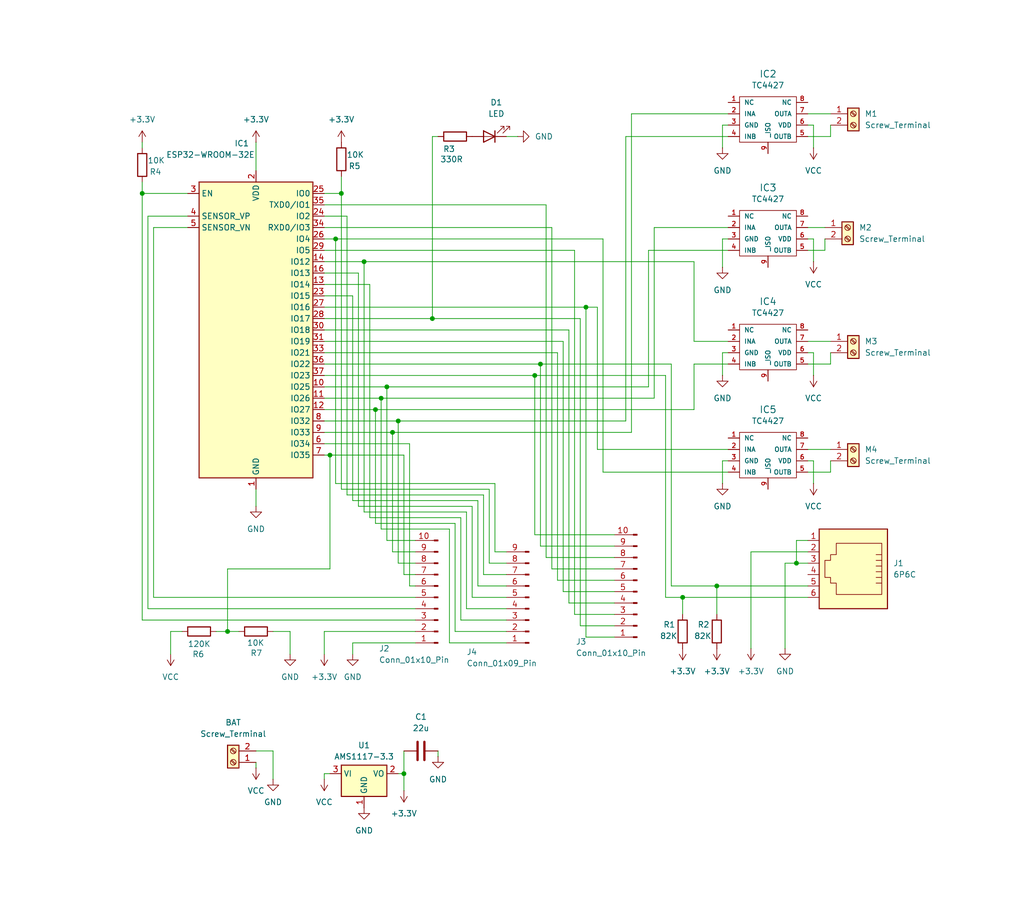
<source format=kicad_sch>
(kicad_sch (version 20231120) (generator "eeschema") (generator_version "8.0")
  (paper "User" 228.6 203.2)
  (title_block (title "ESP Motor Driver V0.2") (company "Daniel Blaško"))
  (lib_symbols
    (symbol "Connector:6P6C" (pin_names (offset 1.016))
      (property "Reference" "J" (at -5.08 11.43 0))
      (property "Value" "6P6C" (at 2.54 11.43 0))
      (symbol "6P6C_0_1"
        (polyline (pts (xy -6.35 -1.905) (xy -5.08 -1.905) (xy -5.08 -1.905)))
        (polyline (pts (xy -6.35 -0.635) (xy -5.08 -0.635) (xy -5.08 -0.635)))
        (polyline (pts (xy -6.35 0.635) (xy -5.08 0.635) (xy -5.08 0.635)))
        (polyline (pts (xy -6.35 1.905) (xy -5.08 1.905) (xy -5.08 1.905)))
        (polyline (pts (xy -6.35 3.175) (xy -5.08 3.175) (xy -5.08 3.175)))
        (polyline (pts (xy -5.08 4.445) (xy -6.35 4.445) (xy -6.35 4.445)))
        (polyline (pts (xy -6.35 -4.445) (xy -6.35 6.985) (xy 3.81 6.985) (xy 3.81 4.445) (xy 5.08 4.445) (xy 5.08 3.175) (xy 6.35 3.175) (xy 6.35 -0.635) (xy 5.08 -0.635) (xy 5.08 -1.905) (xy 3.81 -1.905) (xy 3.81 -4.445) (xy -6.35 -4.445) (xy -6.35 -4.445)))
        (rectangle (start 7.62 10.16) (end -7.62 -7.62) (stroke (width 0.254)) (fill (type background)))
      )
      (symbol "6P6C_1_1"
        (pin passive line (at 10.16 -5.08 180) (length 2.54) (name "~") (number "1"))
        (pin passive line (at 10.16 -2.54 180) (length 2.54) (name "~") (number "2"))
        (pin passive line (at 10.16 0 180) (length 2.54) (name "~") (number "3"))
        (pin passive line (at 10.16 2.54 180) (length 2.54) (name "~") (number "4"))
        (pin passive line (at 10.16 5.08 180) (length 2.54) (name "~") (number "5"))
        (pin passive line (at 10.16 7.62 180) (length 2.54) (name "~") (number "6"))
      )
    )
    (symbol "Connector:Conn_01x09_Pin" (pin_names (offset 1.016) hide)
      (property "Reference" "J" (at 0 12.7 0))
      (property "Value" "Conn_01x09_Pin" (at 0 -12.7 0))
      (symbol "Conn_01x09_Pin_1_1"
        (polyline (pts (xy 1.27 -10.16) (xy 0.8636 -10.16)) (stroke (width 0.1524)))
        (polyline (pts (xy 1.27 -7.62) (xy 0.8636 -7.62)) (stroke (width 0.1524)))
        (polyline (pts (xy 1.27 -5.08) (xy 0.8636 -5.08)) (stroke (width 0.1524)))
        (polyline (pts (xy 1.27 -2.54) (xy 0.8636 -2.54)) (stroke (width 0.1524)))
        (polyline (pts (xy 1.27 0) (xy 0.8636 0)) (stroke (width 0.1524)))
        (polyline (pts (xy 1.27 2.54) (xy 0.8636 2.54)) (stroke (width 0.1524)))
        (polyline (pts (xy 1.27 5.08) (xy 0.8636 5.08)) (stroke (width 0.1524)))
        (polyline (pts (xy 1.27 7.62) (xy 0.8636 7.62)) (stroke (width 0.1524)))
        (polyline (pts (xy 1.27 10.16) (xy 0.8636 10.16)) (stroke (width 0.1524)))
        (rectangle (start 0.8636 -10.033) (end 0 -10.287) (stroke (width 0.1524)) (fill (type outline)))
        (rectangle (start 0.8636 -7.493) (end 0 -7.747) (stroke (width 0.1524)) (fill (type outline)))
        (rectangle (start 0.8636 -4.953) (end 0 -5.207) (stroke (width 0.1524)) (fill (type outline)))
        (rectangle (start 0.8636 -2.413) (end 0 -2.667) (stroke (width 0.1524)) (fill (type outline)))
        (rectangle (start 0.8636 0.127) (end 0 -0.127) (stroke (width 0.1524)) (fill (type outline)))
        (rectangle (start 0.8636 2.667) (end 0 2.413) (stroke (width 0.1524)) (fill (type outline)))
        (rectangle (start 0.8636 5.207) (end 0 4.953) (stroke (width 0.1524)) (fill (type outline)))
        (rectangle (start 0.8636 7.747) (end 0 7.493) (stroke (width 0.1524)) (fill (type outline)))
        (rectangle (start 0.8636 10.287) (end 0 10.033) (stroke (width 0.1524)) (fill (type outline)))
        (pin passive line (at 5.08 10.16 180) (length 3.81) (name "Pin_1") (number "1"))
        (pin passive line (at 5.08 7.62 180) (length 3.81) (name "Pin_2") (number "2"))
        (pin passive line (at 5.08 5.08 180) (length 3.81) (name "Pin_3") (number "3"))
        (pin passive line (at 5.08 2.54 180) (length 3.81) (name "Pin_4") (number "4"))
        (pin passive line (at 5.08 0 180) (length 3.81) (name "Pin_5") (number "5"))
        (pin passive line (at 5.08 -2.54 180) (length 3.81) (name "Pin_6") (number "6"))
        (pin passive line (at 5.08 -5.08 180) (length 3.81) (name "Pin_7") (number "7"))
        (pin passive line (at 5.08 -7.62 180) (length 3.81) (name "Pin_8") (number "8"))
        (pin passive line (at 5.08 -10.16 180) (length 3.81) (name "Pin_9") (number "9"))
      )
    )
    (symbol "Connector:Conn_01x10_Pin" (pin_names (offset 1.016) hide)
      (property "Reference" "J" (at 0 12.7 0))
      (property "Value" "Conn_01x10_Pin" (at 0 -15.24 0))
      (symbol "Conn_01x10_Pin_1_1"
        (polyline (pts (xy 1.27 -12.7) (xy 0.8636 -12.7)) (stroke (width 0.1524)))
        (polyline (pts (xy 1.27 -10.16) (xy 0.8636 -10.16)) (stroke (width 0.1524)))
        (polyline (pts (xy 1.27 -7.62) (xy 0.8636 -7.62)) (stroke (width 0.1524)))
        (polyline (pts (xy 1.27 -5.08) (xy 0.8636 -5.08)) (stroke (width 0.1524)))
        (polyline (pts (xy 1.27 -2.54) (xy 0.8636 -2.54)) (stroke (width 0.1524)))
        (polyline (pts (xy 1.27 0) (xy 0.8636 0)) (stroke (width 0.1524)))
        (polyline (pts (xy 1.27 2.54) (xy 0.8636 2.54)) (stroke (width 0.1524)))
        (polyline (pts (xy 1.27 5.08) (xy 0.8636 5.08)) (stroke (width 0.1524)))
        (polyline (pts (xy 1.27 7.62) (xy 0.8636 7.62)) (stroke (width 0.1524)))
        (polyline (pts (xy 1.27 10.16) (xy 0.8636 10.16)) (stroke (width 0.1524)))
        (rectangle (start 0.8636 -12.573) (end 0 -12.827) (stroke (width 0.1524)) (fill (type outline)))
        (rectangle (start 0.8636 -10.033) (end 0 -10.287) (stroke (width 0.1524)) (fill (type outline)))
        (rectangle (start 0.8636 -7.493) (end 0 -7.747) (stroke (width 0.1524)) (fill (type outline)))
        (rectangle (start 0.8636 -4.953) (end 0 -5.207) (stroke (width 0.1524)) (fill (type outline)))
        (rectangle (start 0.8636 -2.413) (end 0 -2.667) (stroke (width 0.1524)) (fill (type outline)))
        (rectangle (start 0.8636 0.127) (end 0 -0.127) (stroke (width 0.1524)) (fill (type outline)))
        (rectangle (start 0.8636 2.667) (end 0 2.413) (stroke (width 0.1524)) (fill (type outline)))
        (rectangle (start 0.8636 5.207) (end 0 4.953) (stroke (width 0.1524)) (fill (type outline)))
        (rectangle (start 0.8636 7.747) (end 0 7.493) (stroke (width 0.1524)) (fill (type outline)))
        (rectangle (start 0.8636 10.287) (end 0 10.033) (stroke (width 0.1524)) (fill (type outline)))
        (pin passive line (at 5.08 10.16 180) (length 3.81) (name "Pin_1") (number "1"))
        (pin passive line (at 5.08 -12.7 180) (length 3.81) (name "Pin_10") (number "10"))
        (pin passive line (at 5.08 7.62 180) (length 3.81) (name "Pin_2") (number "2"))
        (pin passive line (at 5.08 5.08 180) (length 3.81) (name "Pin_3") (number "3"))
        (pin passive line (at 5.08 2.54 180) (length 3.81) (name "Pin_4") (number "4"))
        (pin passive line (at 5.08 0 180) (length 3.81) (name "Pin_5") (number "5"))
        (pin passive line (at 5.08 -2.54 180) (length 3.81) (name "Pin_6") (number "6"))
        (pin passive line (at 5.08 -5.08 180) (length 3.81) (name "Pin_7") (number "7"))
        (pin passive line (at 5.08 -7.62 180) (length 3.81) (name "Pin_8") (number "8"))
        (pin passive line (at 5.08 -10.16 180) (length 3.81) (name "Pin_9") (number "9"))
      )
    )
    (symbol "Connector:Screw_Terminal_01x02" (pin_names (offset 1.016) hide)
      (property "Reference" "J" (at 0 2.54 0))
      (property "Value" "Screw_Terminal_01x02" (at 0 -5.08 0))
      (symbol "Screw_Terminal_01x02_1_1"
        (rectangle (start -1.27 1.27) (end 1.27 -3.81) (stroke (width 0.254)) (fill (type background)))
        (circle (center 0 -2.54) (radius 0.635) (stroke (width 0.1524)))
        (polyline (pts (xy -0.5334 -2.2098) (xy 0.3302 -3.048)) (stroke (width 0.1524)))
        (polyline (pts (xy -0.5334 0.3302) (xy 0.3302 -0.508)) (stroke (width 0.1524)))
        (polyline (pts (xy -0.3556 -2.032) (xy 0.508 -2.8702)) (stroke (width 0.1524)))
        (polyline (pts (xy -0.3556 0.508) (xy 0.508 -0.3302)) (stroke (width 0.1524)))
        (circle (center 0 0) (radius 0.635) (stroke (width 0.1524)))
        (pin passive line (at -5.08 0 0) (length 3.81) (name "Pin_1") (number "1"))
        (pin passive line (at -5.08 -2.54 0) (length 3.81) (name "Pin_2") (number "2"))
      )
    )
    (symbol "Device:C" (pin_numbers hide) (pin_names (offset 0.254))
      (property "Reference" "C" (at 0.635 2.54 0))
      (property "Value" "C" (at 0.635 -2.54 0))
      (symbol "C_0_1"
        (polyline (pts (xy -2.032 -0.762) (xy 2.032 -0.762)) (stroke (width 0.508)))
        (polyline (pts (xy -2.032 0.762) (xy 2.032 0.762)) (stroke (width 0.508)))
      )
      (symbol "C_1_1"
        (pin passive line (at 0 3.81 270) (length 2.794) (name "~") (number "1"))
        (pin passive line (at 0 -3.81 90) (length 2.794) (name "~") (number "2"))
      )
    )
    (symbol "Device:LED" (pin_numbers hide) (pin_names (offset 1.016) hide)
      (property "Reference" "D" (at 0 2.54 0))
      (property "Value" "LED" (at 0 -2.54 0))
      (symbol "LED_0_1"
        (polyline (pts (xy -1.27 -1.27) (xy -1.27 1.27)) (stroke (width 0.254)))
        (polyline (pts (xy -1.27 0) (xy 1.27 0)))
        (polyline (pts (xy 1.27 -1.27) (xy 1.27 1.27) (xy -1.27 0) (xy 1.27 -1.27)) (stroke (width 0.254)))
        (polyline (pts (xy -3.048 -0.762) (xy -4.572 -2.286) (xy -3.81 -2.286) (xy -4.572 -2.286) (xy -4.572 -1.524)))
        (polyline (pts (xy -1.778 -0.762) (xy -3.302 -2.286) (xy -2.54 -2.286) (xy -3.302 -2.286) (xy -3.302 -1.524)))
      )
      (symbol "LED_1_1"
        (pin passive line (at -3.81 0 0) (length 2.54) (name "K") (number "1"))
        (pin passive line (at 3.81 0 180) (length 2.54) (name "A") (number "2"))
      )
    )
    (symbol "Device:R" (pin_numbers hide) (pin_names (offset 0))
      (property "Reference" "R" (at 2.032 0 90))
      (property "Value" "R" (at 0 0 90))
      (symbol "R_0_1"
        (rectangle (start -1.016 -2.54) (end 1.016 2.54) (stroke (width 0.254)))
      )
      (symbol "R_1_1"
        (pin passive line (at 0 3.81 270) (length 1.27) (name "~") (number "1"))
        (pin passive line (at 0 -3.81 90) (length 1.27) (name "~") (number "2"))
      )
    )
    (symbol "RF_Module:ESP32-WROOM-32E"
      (property "Reference" "U" (at -12.7 34.29 0))
      (property "Value" "ESP32-WROOM-32E" (at 1.27 34.29 0))
      (symbol "ESP32-WROOM-32E_0_1"
        (rectangle (start -12.7 33.02) (end 12.7 -33.02) (stroke (width 0.254)) (fill (type background)))
      )
      (symbol "ESP32-WROOM-32E_1_1"
        (pin power_in line (at 0 -35.56 90) (length 2.54) (name "GND") (number "1"))
        (pin bidirectional line (at 15.24 -12.7 180) (length 2.54) (name "IO25") (number "10"))
        (pin bidirectional line (at 15.24 -15.24 180) (length 2.54) (name "IO26") (number "11"))
        (pin bidirectional line (at 15.24 -17.78 180) (length 2.54) (name "IO27") (number "12"))
        (pin bidirectional line (at 15.24 10.16 180) (length 2.54) (name "IO14") (number "13"))
        (pin bidirectional line (at 15.24 15.24 180) (length 2.54) (name "IO12") (number "14"))
        (pin passive line (at 0 -35.56 90) (length 2.54) hide (name "GND") (number "15"))
        (pin bidirectional line (at 15.24 12.7 180) (length 2.54) (name "IO13") (number "16"))
        (pin no_connect line (at -12.7 -5.08 0) (length 2.54) hide (name "NC") (number "17"))
        (pin no_connect line (at -12.7 -7.62 0) (length 2.54) hide (name "NC") (number "18"))
        (pin no_connect line (at -12.7 -12.7 0) (length 2.54) hide (name "NC") (number "19"))
        (pin power_in line (at 0 35.56 270) (length 2.54) (name "VDD") (number "2"))
        (pin no_connect line (at -12.7 -10.16 0) (length 2.54) hide (name "NC") (number "20"))
        (pin no_connect line (at -12.7 0 0) (length 2.54) hide (name "NC") (number "21"))
        (pin no_connect line (at -12.7 -2.54 0) (length 2.54) hide (name "NC") (number "22"))
        (pin bidirectional line (at 15.24 7.62 180) (length 2.54) (name "IO15") (number "23"))
        (pin bidirectional line (at 15.24 25.4 180) (length 2.54) (name "IO2") (number "24"))
        (pin bidirectional line (at 15.24 30.48 180) (length 2.54) (name "IO0") (number "25"))
        (pin bidirectional line (at 15.24 20.32 180) (length 2.54) (name "IO4") (number "26"))
        (pin bidirectional line (at 15.24 5.08 180) (length 2.54) (name "IO16") (number "27"))
        (pin bidirectional line (at 15.24 2.54 180) (length 2.54) (name "IO17") (number "28"))
        (pin bidirectional line (at 15.24 17.78 180) (length 2.54) (name "IO5") (number "29"))
        (pin input line (at -15.24 30.48 0) (length 2.54) (name "EN") (number "3"))
        (pin bidirectional line (at 15.24 0 180) (length 2.54) (name "IO18") (number "30"))
        (pin bidirectional line (at 15.24 -2.54 180) (length 2.54) (name "IO19") (number "31"))
        (pin no_connect line (at -12.7 -27.94 0) (length 2.54) hide (name "NC") (number "32"))
        (pin bidirectional line (at 15.24 -5.08 180) (length 2.54) (name "IO21") (number "33"))
        (pin bidirectional line (at 15.24 22.86 180) (length 2.54) (name "RXD0/IO3") (number "34"))
        (pin bidirectional line (at 15.24 27.94 180) (length 2.54) (name "TXD0/IO1") (number "35"))
        (pin bidirectional line (at 15.24 -7.62 180) (length 2.54) (name "IO22") (number "36"))
        (pin bidirectional line (at 15.24 -10.16 180) (length 2.54) (name "IO23") (number "37"))
        (pin passive line (at 0 -35.56 90) (length 2.54) hide (name "GND") (number "38"))
        (pin passive line (at 0 -35.56 90) (length 2.54) hide (name "GND") (number "39"))
        (pin input line (at -15.24 25.4 0) (length 2.54) (name "SENSOR_VP") (number "4"))
        (pin input line (at -15.24 22.86 0) (length 2.54) (name "SENSOR_VN") (number "5"))
        (pin input line (at 15.24 -25.4 180) (length 2.54) (name "IO34") (number "6"))
        (pin input line (at 15.24 -27.94 180) (length 2.54) (name "IO35") (number "7"))
        (pin bidirectional line (at 15.24 -20.32 180) (length 2.54) (name "IO32") (number "8"))
        (pin bidirectional line (at 15.24 -22.86 180) (length 2.54) (name "IO33") (number "9"))
      )
    )
    (symbol "Regulator_Linear:AMS1117-3.3"
      (property "Reference" "U" (at -3.81 3.175 0))
      (property "Value" "AMS1117-3.3" (at 0 3.175 0))
      (symbol "AMS1117-3.3_0_1"
        (rectangle (start -5.08 -5.08) (end 5.08 1.905) (stroke (width 0.254)) (fill (type background)))
      )
      (symbol "AMS1117-3.3_1_1"
        (pin power_in line (at 0 -7.62 90) (length 2.54) (name "GND") (number "1"))
        (pin power_out line (at 7.62 0 180) (length 2.54) (name "VO") (number "2"))
        (pin power_in line (at -7.62 0 0) (length 2.54) (name "VI") (number "3"))
      )
    )
    (symbol "power:+3.3V" (power) (pin_numbers hide) (pin_names (offset 0) hide)
      (property "Value" "+3.3V" (at 0 3.556 0))
      (symbol "+3.3V_0_1"
        (polyline (pts (xy -0.762 1.27) (xy 0 2.54)))
        (polyline (pts (xy 0 0) (xy 0 2.54)))
        (polyline (pts (xy 0 2.54) (xy 0.762 1.27)))
      )
      (symbol "+3.3V_1_1"
        (pin power_in line (at 0 0 90) (length 0) (name "~") (number "1"))
      )
    )
    (symbol "power:GND" (power) (pin_numbers hide) (pin_names (offset 0) hide)
      (property "Value" "GND" (at 0 -3.81 0))
      (symbol "GND_0_1"
        (polyline (pts (xy 0 0) (xy 0 -1.27) (xy 1.27 -1.27) (xy 0 -2.54) (xy -1.27 -1.27) (xy 0 -1.27)))
      )
      (symbol "GND_1_1"
        (pin power_in line (at 0 0 270) (length 0) (name "~") (number "1"))
      )
    )
    (symbol "power:VCC" (power) (pin_numbers hide) (pin_names (offset 0) hide)
      (property "Value" "VCC" (at 0 3.556 0))
      (symbol "VCC_0_1"
        (polyline (pts (xy -0.762 1.27) (xy 0 2.54)))
        (polyline (pts (xy 0 0) (xy 0 2.54)))
        (polyline (pts (xy 0 2.54) (xy 0.762 1.27)))
      )
      (symbol "VCC_1_1"
        (pin power_in line (at 0 0 90) (length 0) (name "~") (number "1"))
      )
    )
    (symbol "tc4427:TC4427" (pin_names (offset 1.016))
      (property "Reference" "U" (at 0 6.35 0))
      (property "Value" "TC4427" (at 3.81 -6.35 0))
      (symbol "TC4427_0_1"
        (rectangle (start -6.35 5.08) (end 6.35 -5.08))
      )
      (symbol "TC4427_1_1"
        (pin passive line (at -8.89 3.81 0) (length 2.54) (name "NC") (number "1"))
        (pin passive line (at -8.89 1.27 0) (length 2.54) (name "INA") (number "2"))
        (pin passive line (at -8.89 -1.27 0) (length 2.54) (name "GND") (number "3"))
        (pin passive line (at -8.89 -3.81 0) (length 2.54) (name "INB") (number "4"))
        (pin passive line (at 8.89 -3.81 180) (length 2.54) (name "OUTB") (number "5"))
        (pin passive line (at 8.89 -1.27 180) (length 2.54) (name "VDD") (number "6"))
        (pin passive line (at 8.89 1.27 180) (length 2.54) (name "OUTA") (number "7"))
        (pin passive line (at 8.89 3.81 180) (length 2.54) (name "NC") (number "8"))
        (pin passive line (at 0 -7.62 90) (length 2.54) (name "_ISO") (number "9"))
      )
    )
  )
  (junction (at 90.17 172.72))
  (junction (at 119.38 83.82))
  (junction (at 177.8 125.73))
  (junction (at 86.36 86.36))
  (junction (at 74.93 53.34))
  (junction (at 120.65 81.28))
  (junction (at 160.02 130.81))
  (junction (at 152.4 133.35))
  (junction (at 83.82 91.44))
  (junction (at 50.8 140.97))
  (junction (at 87.63 96.52))
  (junction (at 130.81 68.58))
  (junction (at 96.52 71.12))
  (junction (at 81.28 58.42))
  (junction (at 73.66 101.6))
  (junction (at 76.2 43.18))
  (junction (at 85.09 88.9))
  (junction (at 31.75 43.18))
  (junction (at 88.9 93.98))
  (wire (pts (xy 181.61 33.02) (xy 181.61 27.94)))
  (wire (pts (xy 109.22 109.22) (xy 109.22 125.73)))
  (wire (pts (xy 33.02 48.26) (xy 33.02 135.89)))
  (wire (pts (xy 180.34 50.8) (xy 184.15 50.8)))
  (wire (pts (xy 180.34 81.28) (xy 185.42 81.28)))
  (wire (pts (xy 185.42 30.48) (xy 185.42 27.94)))
  (wire (pts (xy 106.68 130.81) (xy 113.03 130.81)))
  (wire (pts (xy 78.74 66.04) (xy 78.74 111.76)))
  (wire (pts (xy 72.39 99.06) (xy 91.44 99.06)))
  (wire (pts (xy 101.6 116.84) (xy 101.6 140.97)))
  (wire (pts (xy 72.39 81.28) (xy 120.65 81.28)))
  (wire (pts (xy 72.39 43.18) (xy 76.2 43.18)))
  (wire (pts (xy 72.39 88.9) (xy 85.09 88.9)))
  (wire (pts (xy 125.73 76.2) (xy 125.73 132.08)))
  (wire (pts (xy 106.68 111.76) (xy 106.68 130.81)))
  (wire (pts (xy 121.92 124.46) (xy 137.16 124.46)))
  (wire (pts (xy 92.71 138.43) (xy 31.75 138.43)))
  (wire (pts (xy 72.39 71.12) (xy 96.52 71.12)))
  (wire (pts (xy 41.91 48.26) (xy 33.02 48.26)))
  (wire (pts (xy 104.14 135.89) (xy 113.03 135.89)))
  (wire (pts (xy 181.61 83.82) (xy 181.61 78.74)))
  (wire (pts (xy 50.8 140.97) (xy 53.34 140.97)))
  (wire (pts (xy 130.81 68.58) (xy 133.35 68.58)))
  (wire (pts (xy 113.03 30.48) (xy 115.57 30.48)))
  (wire (pts (xy 167.64 123.19) (xy 180.34 123.19)))
  (wire (pts (xy 72.39 172.72) (xy 72.39 173.99)))
  (wire (pts (xy 31.75 31.75) (xy 31.75 33.02)))
  (wire (pts (xy 161.29 53.34) (xy 161.29 59.69)))
  (wire (pts (xy 180.34 125.73) (xy 177.8 125.73)))
  (wire (pts (xy 137.16 134.62) (xy 127 134.62)))
  (wire (pts (xy 72.39 76.2) (xy 125.73 76.2)))
  (wire (pts (xy 86.36 86.36) (xy 144.78 86.36)))
  (wire (pts (xy 110.49 123.19) (xy 110.49 107.95)))
  (wire (pts (xy 102.87 138.43) (xy 113.03 138.43)))
  (wire (pts (xy 31.75 43.18) (xy 41.91 43.18)))
  (wire (pts (xy 160.02 130.81) (xy 160.02 137.16)))
  (wire (pts (xy 82.55 115.57) (xy 102.87 115.57)))
  (wire (pts (xy 161.29 78.74) (xy 161.29 83.82)))
  (wire (pts (xy 140.97 25.4) (xy 162.56 25.4)))
  (wire (pts (xy 113.03 123.19) (xy 110.49 123.19)))
  (wire (pts (xy 162.56 27.94) (xy 161.29 27.94)))
  (wire (pts (xy 137.16 142.24) (xy 130.81 142.24)))
  (wire (pts (xy 154.94 81.28) (xy 154.94 91.44)))
  (wire (pts (xy 90.17 101.6) (xy 90.17 128.27)))
  (wire (pts (xy 139.7 93.98) (xy 139.7 30.48)))
  (wire (pts (xy 149.86 130.81) (xy 160.02 130.81)))
  (wire (pts (xy 33.02 135.89) (xy 92.71 135.89)))
  (wire (pts (xy 88.9 125.73) (xy 92.71 125.73)))
  (wire (pts (xy 72.39 66.04) (xy 78.74 66.04)))
  (wire (pts (xy 137.16 132.08) (xy 125.73 132.08)))
  (wire (pts (xy 72.39 96.52) (xy 87.63 96.52)))
  (wire (pts (xy 140.97 25.4) (xy 140.97 96.52)))
  (wire (pts (xy 127 73.66) (xy 127 134.62)))
  (wire (pts (xy 57.15 170.18) (xy 57.15 171.45)))
  (wire (pts (xy 149.86 130.81) (xy 149.86 81.28)))
  (wire (pts (xy 87.63 96.52) (xy 87.63 123.19)))
  (wire (pts (xy 144.78 55.88) (xy 144.78 86.36)))
  (wire (pts (xy 107.95 128.27) (xy 113.03 128.27)))
  (wire (pts (xy 88.9 93.98) (xy 88.9 125.73)))
  (wire (pts (xy 181.61 27.94) (xy 180.34 27.94)))
  (wire (pts (xy 92.71 143.51) (xy 78.74 143.51)))
  (wire (pts (xy 109.22 125.73) (xy 113.03 125.73)))
  (wire (pts (xy 185.42 105.41) (xy 185.42 102.87)))
  (wire (pts (xy 121.92 45.72) (xy 121.92 124.46)))
  (wire (pts (xy 180.34 105.41) (xy 185.42 105.41)))
  (wire (pts (xy 57.15 31.75) (xy 57.15 38.1)))
  (wire (pts (xy 162.56 53.34) (xy 161.29 53.34)))
  (wire (pts (xy 161.29 102.87) (xy 161.29 107.95)))
  (wire (pts (xy 124.46 129.54) (xy 124.46 78.74)))
  (wire (pts (xy 31.75 138.43) (xy 31.75 43.18)))
  (wire (pts (xy 152.4 133.35) (xy 180.34 133.35)))
  (wire (pts (xy 78.74 143.51) (xy 78.74 146.05)))
  (wire (pts (xy 38.1 140.97) (xy 38.1 146.05)))
  (wire (pts (xy 181.61 78.74) (xy 180.34 78.74)))
  (wire (pts (xy 119.38 119.38) (xy 137.16 119.38)))
  (wire (pts (xy 72.39 48.26) (xy 77.47 48.26)))
  (wire (pts (xy 72.39 60.96) (xy 80.01 60.96)))
  (wire (pts (xy 74.93 107.95) (xy 74.93 53.34)))
  (wire (pts (xy 97.79 168.91) (xy 97.79 167.64)))
  (wire (pts (xy 57.15 113.03) (xy 57.15 109.22)))
  (wire (pts (xy 146.05 50.8) (xy 146.05 88.9)))
  (wire (pts (xy 146.05 50.8) (xy 162.56 50.8)))
  (wire (pts (xy 180.34 76.2) (xy 185.42 76.2)))
  (wire (pts (xy 181.61 107.95) (xy 181.61 102.87)))
  (wire (pts (xy 149.86 81.28) (xy 120.65 81.28)))
  (wire (pts (xy 57.15 167.64) (xy 60.96 167.64)))
  (wire (pts (xy 185.42 81.28) (xy 185.42 78.74)))
  (wire (pts (xy 72.39 83.82) (xy 119.38 83.82)))
  (wire (pts (xy 81.28 58.42) (xy 72.39 58.42)))
  (wire (pts (xy 96.52 30.48) (xy 97.79 30.48)))
  (wire (pts (xy 129.54 71.12) (xy 96.52 71.12)))
  (wire (pts (xy 41.91 50.8) (xy 34.29 50.8)))
  (wire (pts (xy 139.7 30.48) (xy 162.56 30.48)))
  (wire (pts (xy 162.56 81.28) (xy 154.94 81.28)))
  (wire (pts (xy 181.61 53.34) (xy 180.34 53.34)))
  (wire (pts (xy 162.56 78.74) (xy 161.29 78.74)))
  (wire (pts (xy 137.16 137.16) (xy 128.27 137.16)))
  (wire (pts (xy 124.46 78.74) (xy 72.39 78.74)))
  (wire (pts (xy 64.77 140.97) (xy 60.96 140.97)))
  (wire (pts (xy 175.26 125.73) (xy 177.8 125.73)))
  (wire (pts (xy 180.34 55.88) (xy 184.15 55.88)))
  (wire (pts (xy 154.94 58.42) (xy 81.28 58.42)))
  (wire (pts (xy 181.61 58.42) (xy 181.61 53.34)))
  (wire (pts (xy 144.78 55.88) (xy 162.56 55.88)))
  (wire (pts (xy 148.59 83.82) (xy 119.38 83.82)))
  (wire (pts (xy 128.27 137.16) (xy 128.27 55.88)))
  (wire (pts (xy 73.66 127) (xy 73.66 101.6)))
  (wire (pts (xy 87.63 123.19) (xy 92.71 123.19)))
  (wire (pts (xy 101.6 140.97) (xy 113.03 140.97)))
  (wire (pts (xy 180.34 30.48) (xy 185.42 30.48)))
  (wire (pts (xy 86.36 86.36) (xy 86.36 120.65)))
  (wire (pts (xy 73.66 101.6) (xy 90.17 101.6)))
  (wire (pts (xy 72.39 93.98) (xy 88.9 93.98)))
  (wire (pts (xy 133.35 100.33) (xy 162.56 100.33)))
  (wire (pts (xy 90.17 176.53) (xy 90.17 172.72)))
  (wire (pts (xy 81.28 114.3) (xy 104.14 114.3)))
  (wire (pts (xy 180.34 25.4) (xy 185.42 25.4)))
  (wire (pts (xy 72.39 50.8) (xy 123.19 50.8)))
  (wire (pts (xy 80.01 60.96) (xy 80.01 113.03)))
  (wire (pts (xy 50.8 140.97) (xy 50.8 127)))
  (wire (pts (xy 83.82 91.44) (xy 154.94 91.44)))
  (wire (pts (xy 107.95 110.49) (xy 107.95 128.27)))
  (wire (pts (xy 177.8 120.65) (xy 180.34 120.65)))
  (wire (pts (xy 130.81 142.24) (xy 130.81 68.58)))
  (wire (pts (xy 91.44 99.06) (xy 91.44 130.81)))
  (wire (pts (xy 64.77 146.05) (xy 64.77 140.97)))
  (wire (pts (xy 72.39 172.72) (xy 73.66 172.72)))
  (wire (pts (xy 100.33 143.51) (xy 113.03 143.51)))
  (wire (pts (xy 72.39 63.5) (xy 82.55 63.5)))
  (wire (pts (xy 38.1 140.97) (xy 40.64 140.97)))
  (wire (pts (xy 50.8 127) (xy 73.66 127)))
  (wire (pts (xy 88.9 93.98) (xy 139.7 93.98)))
  (wire (pts (xy 177.8 125.73) (xy 177.8 120.65)))
  (wire (pts (xy 72.39 140.97) (xy 72.39 146.05)))
  (wire (pts (xy 90.17 128.27) (xy 92.71 128.27)))
  (wire (pts (xy 78.74 111.76) (xy 106.68 111.76)))
  (wire (pts (xy 180.34 100.33) (xy 185.42 100.33)))
  (wire (pts (xy 128.27 55.88) (xy 72.39 55.88)))
  (wire (pts (xy 31.75 40.64) (xy 31.75 43.18)))
  (wire (pts (xy 137.16 139.7) (xy 129.54 139.7)))
  (wire (pts (xy 72.39 53.34) (xy 74.93 53.34)))
  (wire (pts (xy 154.94 58.42) (xy 154.94 76.2)))
  (wire (pts (xy 104.14 114.3) (xy 104.14 135.89)))
  (wire (pts (xy 83.82 91.44) (xy 83.82 116.84)))
  (wire (pts (xy 160.02 130.81) (xy 180.34 130.81)))
  (wire (pts (xy 77.47 48.26) (xy 77.47 110.49)))
  (wire (pts (xy 72.39 45.72) (xy 121.92 45.72)))
  (wire (pts (xy 76.2 39.37) (xy 76.2 43.18)))
  (wire (pts (xy 102.87 115.57) (xy 102.87 138.43)))
  (wire (pts (xy 119.38 83.82) (xy 119.38 119.38)))
  (wire (pts (xy 134.62 105.41) (xy 162.56 105.41)))
  (wire (pts (xy 82.55 63.5) (xy 82.55 115.57)))
  (wire (pts (xy 74.93 53.34) (xy 134.62 53.34)))
  (wire (pts (xy 85.09 88.9) (xy 146.05 88.9)))
  (wire (pts (xy 77.47 110.49) (xy 107.95 110.49)))
  (wire (pts (xy 86.36 120.65) (xy 92.71 120.65)))
  (wire (pts (xy 152.4 133.35) (xy 152.4 137.16)))
  (wire (pts (xy 96.52 71.12) (xy 96.52 30.48)))
  (wire (pts (xy 85.09 118.11) (xy 100.33 118.11)))
  (wire (pts (xy 83.82 116.84) (xy 101.6 116.84)))
  (wire (pts (xy 184.15 55.88) (xy 184.15 53.34)))
  (wire (pts (xy 127 73.66) (xy 72.39 73.66)))
  (wire (pts (xy 120.65 121.92) (xy 137.16 121.92)))
  (wire (pts (xy 90.17 167.64) (xy 90.17 172.72)))
  (wire (pts (xy 110.49 107.95) (xy 74.93 107.95)))
  (wire (pts (xy 181.61 102.87) (xy 180.34 102.87)))
  (wire (pts (xy 76.2 43.18) (xy 76.2 109.22)))
  (wire (pts (xy 134.62 53.34) (xy 134.62 105.41)))
  (wire (pts (xy 137.16 129.54) (xy 124.46 129.54)))
  (wire (pts (xy 133.35 68.58) (xy 133.35 100.33)))
  (wire (pts (xy 92.71 130.81) (xy 91.44 130.81)))
  (wire (pts (xy 60.96 167.64) (xy 60.96 173.99)))
  (wire (pts (xy 72.39 101.6) (xy 73.66 101.6)))
  (wire (pts (xy 90.17 172.72) (xy 88.9 172.72)))
  (wire (pts (xy 175.26 144.78) (xy 175.26 125.73)))
  (wire (pts (xy 148.59 133.35) (xy 148.59 83.82)))
  (wire (pts (xy 85.09 88.9) (xy 85.09 118.11)))
  (wire (pts (xy 34.29 133.35) (xy 92.71 133.35)))
  (wire (pts (xy 162.56 102.87) (xy 161.29 102.87)))
  (wire (pts (xy 148.59 133.35) (xy 152.4 133.35)))
  (wire (pts (xy 72.39 68.58) (xy 130.81 68.58)))
  (wire (pts (xy 105.41 133.35) (xy 113.03 133.35)))
  (wire (pts (xy 72.39 91.44) (xy 83.82 91.44)))
  (wire (pts (xy 105.41 113.03) (xy 105.41 133.35)))
  (wire (pts (xy 123.19 127) (xy 137.16 127)))
  (wire (pts (xy 129.54 139.7) (xy 129.54 71.12)))
  (wire (pts (xy 100.33 118.11) (xy 100.33 143.51)))
  (wire (pts (xy 76.2 109.22) (xy 109.22 109.22)))
  (wire (pts (xy 87.63 96.52) (xy 140.97 96.52)))
  (wire (pts (xy 48.26 140.97) (xy 50.8 140.97)))
  (wire (pts (xy 167.64 144.78) (xy 167.64 123.19)))
  (wire (pts (xy 161.29 27.94) (xy 161.29 33.02)))
  (wire (pts (xy 120.65 81.28) (xy 120.65 121.92)))
  (wire (pts (xy 162.56 76.2) (xy 154.94 76.2)))
  (wire (pts (xy 80.01 113.03) (xy 105.41 113.03)))
  (wire (pts (xy 34.29 50.8) (xy 34.29 133.35)))
  (wire (pts (xy 81.28 58.42) (xy 81.28 114.3)))
  (wire (pts (xy 72.39 86.36) (xy 86.36 86.36)))
  (wire (pts (xy 92.71 140.97) (xy 72.39 140.97)))
  (wire (pts (xy 123.19 50.8) (xy 123.19 127)))
  (symbol (lib_id "power:GND") (at 78.74 146.05 0) (unit 1)
    (property "Reference" "#PWR022" (effects (hide yes)))
    (property "Value" "GND" (at 78.74 151.13 0))
    (property "Description" "Power symbol creates a global label with name \"GND\" , ground" (effects (hide yes)))
  )
  (symbol (lib_id "Device:R") (at 101.6 30.48 90) (unit 1)
    (property "Reference" "R3" (at 101.6 33.274 90) (effects (justify left)))
    (property "Value" "330R" (at 103.378 35.56 90) (effects (justify left)))
    (property "Footprint" "Resistor_SMD:R_1206_3216Metric_Pad1.30x1.75mm_HandSolder" (effects (hide yes)))
    (property "Description" "Resistor" (effects (hide yes)))
  )
  (symbol (lib_id "power:GND") (at 161.29 33.02 0) (unit 1)
    (property "Reference" "#PWR08" (effects (hide yes)))
    (property "Value" "GND" (at 161.29 38.1 0))
    (property "Description" "Power symbol creates a global label with name \"GND\" , ground" (effects (hide yes)))
  )
  (symbol (lib_id "power:GND") (at 60.96 173.99 0) (unit 1)
    (property "Reference" "#PWR016" (effects (hide yes)))
    (property "Value" "GND" (at 60.96 179.07 0))
    (property "Description" "Power symbol creates a global label with name \"GND\" , ground" (effects (hide yes)))
  )
  (symbol (lib_id "Connector:Screw_Terminal_01x02") (at 190.5 100.33 0) (unit 1)
    (property "Reference" "M4" (at 193.04 100.3299 0) (effects (justify left)))
    (property "Value" "Screw_Terminal" (at 193.04 102.8699 0) (effects (justify left)))
    (property "Footprint" "TerminalBlock_MetzConnect:TerminalBlock_MetzConnect_Type055_RT01502HDWU_1x02_P5.00mm_Horizontal" (effects (hide yes)))
    (property "Description" "Generic screw terminal, single row, 01x02, script generated (kicad-library-utils/schlib/autogen/connector/)" (effects (hide yes)))
  )
  (symbol (lib_id "power:VCC") (at 57.15 171.45 180) (unit 1)
    (property "Reference" "#PWR015" (effects (hide yes)))
    (property "Value" "VCC" (at 57.15 176.53 0))
    (property "Description" "Power symbol creates a global label with name \"VCC\"" (effects (hide yes)))
  )
  (symbol (lib_id "power:+3.3V") (at 72.39 146.05 180) (unit 1)
    (property "Reference" "#PWR023" (effects (hide yes)))
    (property "Value" "+3.3V" (at 72.39 151.13 0))
    (property "Description" "Power symbol creates a global label with name \"+3.3V\"" (effects (hide yes)))
  )
  (symbol (lib_id "power:VCC") (at 181.61 83.82 180) (unit 1)
    (property "Reference" "#PWR019" (effects (hide yes)))
    (property "Value" "VCC" (at 181.61 88.9 0))
    (property "Description" "Power symbol creates a global label with name \"VCC\"" (effects (hide yes)))
  )
  (symbol (lib_id "power:+3.3V") (at 152.4 144.78 180) (unit 1)
    (property "Reference" "#PWR04" (effects (hide yes)))
    (property "Value" "+3.3V" (at 152.4 149.86 0))
    (property "Description" "Power symbol creates a global label with name \"+3.3V\"" (effects (hide yes)))
  )
  (symbol (lib_id "power:VCC") (at 181.61 33.02 180) (unit 1)
    (property "Reference" "#PWR017" (effects (hide yes)))
    (property "Value" "VCC" (at 181.61 38.1 0))
    (property "Description" "Power symbol creates a global label with name \"VCC\"" (effects (hide yes)))
  )
  (symbol (lib_id "power:VCC") (at 181.61 58.42 180) (unit 1)
    (property "Reference" "#PWR018" (effects (hide yes)))
    (property "Value" "VCC" (at 181.61 63.5 0))
    (property "Description" "Power symbol creates a global label with name \"VCC\"" (effects (hide yes)))
  )
  (symbol (lib_id "power:GND") (at 57.15 113.03 0) (unit 1)
    (property "Reference" "#PWR01" (effects (hide yes)))
    (property "Value" "GND" (at 57.15 118.11 0))
    (property "Description" "Power symbol creates a global label with name \"GND\" , ground" (effects (hide yes)))
  )
  (symbol (lib_id "Connector:Conn_01x10_Pin") (at 97.79 133.35 180) (unit 1)
    (property "Reference" "J2" (at 84.582 144.78 0) (effects (justify right)))
    (property "Value" "Conn_01x10_Pin" (at 84.582 147.32 0) (effects (justify right)))
    (property "Footprint" "Connector_PinHeader_2.54mm:PinHeader_1x10_P2.54mm_Vertical" (effects (hide yes)))
    (property "Description" "Generic connector, single row, 01x10, script generated" (effects (hide yes)))
  )
  (symbol (lib_id "power:GND") (at 64.77 146.05 0) (unit 1)
    (property "Reference" "#PWR027" (effects (hide yes)))
    (property "Value" "GND" (at 64.77 151.13 0))
    (property "Description" "Power symbol creates a global label with name \"GND\" , ground" (effects (hide yes)))
  )
  (symbol (lib_id "power:+3.3V") (at 31.75 31.75 0) (unit 1)
    (property "Reference" "#PWR024" (effects (hide yes)))
    (property "Value" "+3.3V" (at 31.75 26.67 0))
    (property "Description" "Power symbol creates a global label with name \"+3.3V\"" (effects (hide yes)))
  )
  (symbol (lib_id "power:+3.3V") (at 90.17 176.53 180) (unit 1)
    (property "Reference" "#PWR013" (effects (hide yes)))
    (property "Value" "+3.3V" (at 90.17 181.61 0))
    (property "Description" "Power symbol creates a global label with name \"+3.3V\"" (effects (hide yes)))
  )
  (symbol (lib_id "power:GND") (at 81.28 180.34 0) (unit 1)
    (property "Reference" "#PWR012" (effects (hide yes)))
    (property "Value" "GND" (at 81.28 185.42 0))
    (property "Description" "Power symbol creates a global label with name \"GND\" , ground" (effects (hide yes)))
  )
  (symbol (lib_id "Device:R") (at 57.15 140.97 270) (unit 1)
    (property "Reference" "R7" (at 55.88 145.796 90) (effects (justify left)))
    (property "Value" "10K" (at 55.118 143.51 90) (effects (justify left)))
    (property "Footprint" "Resistor_SMD:R_1206_3216Metric_Pad1.30x1.75mm_HandSolder" (effects (hide yes)))
    (property "Description" "Resistor" (effects (hide yes)))
  )
  (symbol (lib_id "Connector:Screw_Terminal_01x02") (at 189.23 50.8 0) (unit 1)
    (property "Reference" "M2" (at 191.77 50.7999 0) (effects (justify left)))
    (property "Value" "Screw_Terminal" (at 191.77 53.3399 0) (effects (justify left)))
    (property "Footprint" "TerminalBlock_MetzConnect:TerminalBlock_MetzConnect_Type055_RT01502HDWU_1x02_P5.00mm_Horizontal" (effects (hide yes)))
    (property "Description" "Generic screw terminal, single row, 01x02, script generated (kicad-library-utils/schlib/autogen/connector/)" (effects (hide yes)))
  )
  (symbol (lib_id "Device:C") (at 93.98 167.64 90) (unit 1)
    (property "Reference" "C1" (at 93.98 160.02 90))
    (property "Value" "22u" (at 93.98 162.56 90))
    (property "Footprint" "Capacitor_SMD:C_1206_3216Metric_Pad1.33x1.80mm_HandSolder" (effects (hide yes)))
    (property "Description" "Unpolarized capacitor" (effects (hide yes)))
  )
  (symbol (lib_id "power:VCC") (at 38.1 146.05 180) (unit 1)
    (property "Reference" "#PWR026" (effects (hide yes)))
    (property "Value" "VCC" (at 38.1 151.13 0))
    (property "Description" "Power symbol creates a global label with name \"VCC\"" (effects (hide yes)))
  )
  (symbol (lib_id "Device:R") (at 152.4 140.97 0) (unit 1)
    (property "Reference" "R1" (at 148.082 139.446 0) (effects (justify left)))
    (property "Value" "82K" (at 147.32 141.986 0) (effects (justify left)))
    (property "Footprint" "Resistor_SMD:R_1206_3216Metric_Pad1.30x1.75mm_HandSolder" (effects (hide yes)))
    (property "Description" "Resistor" (effects (hide yes)))
  )
  (symbol (lib_id "tc4427:TC4427") (at 171.45 77.47 0) (unit 1)
    (property "Reference" "IC4" (at 171.45 67.31 0) (effects (font (size 1.524 1.524))))
    (property "Value" "TC4427" (at 171.45 69.85 0))
    (property "Footprint" "Package_SO:SOIC-8_3.9x4.9mm_P1.27mm" (effects (hide yes)))
  )
  (symbol (lib_id "Connector:Conn_01x09_Pin") (at 118.11 133.35 180) (unit 1)
    (property "Reference" "J4" (at 104.14 145.542 0) (effects (justify right)))
    (property "Value" "Conn_01x09_Pin" (at 104.14 148.082 0) (effects (justify right)))
    (property "Footprint" "Connector_PinHeader_2.54mm:PinHeader_1x09_P2.54mm_Vertical" (effects (hide yes)))
    (property "Description" "Generic connector, single row, 01x09, script generated" (effects (hide yes)))
  )
  (symbol (lib_id "power:+3.3V") (at 57.15 31.75 0) (unit 1)
    (property "Reference" "#PWR02" (effects (hide yes)))
    (property "Value" "+3.3V" (at 57.15 26.67 0))
    (property "Description" "Power symbol creates a global label with name \"+3.3V\"" (effects (hide yes)))
  )
  (symbol (lib_id "Connector:Screw_Terminal_01x02") (at 190.5 25.4 0) (unit 1)
    (property "Reference" "M1" (at 193.04 25.3999 0) (effects (justify left)))
    (property "Value" "Screw_Terminal" (at 193.04 27.9399 0) (effects (justify left)))
    (property "Footprint" "TerminalBlock_MetzConnect:TerminalBlock_MetzConnect_Type055_RT01502HDWU_1x02_P5.00mm_Horizontal" (effects (hide yes)))
    (property "Description" "Generic screw terminal, single row, 01x02, script generated (kicad-library-utils/schlib/autogen/connector/)" (effects (hide yes)))
  )
  (symbol (lib_id "Device:R") (at 31.75 36.83 180) (unit 1)
    (property "Reference" "R4" (at 36.068 38.354 0) (effects (justify left)))
    (property "Value" "10K" (at 36.83 35.814 0) (effects (justify left)))
    (property "Footprint" "Resistor_SMD:R_1206_3216Metric_Pad1.30x1.75mm_HandSolder" (effects (hide yes)))
    (property "Description" "Resistor" (effects (hide yes)))
  )
  (symbol (lib_id "power:VCC") (at 181.61 107.95 180) (unit 1)
    (property "Reference" "#PWR020" (effects (hide yes)))
    (property "Value" "VCC" (at 181.61 113.03 0))
    (property "Description" "Power symbol creates a global label with name \"VCC\"" (effects (hide yes)))
  )
  (symbol (lib_id "power:VCC") (at 72.39 173.99 180) (unit 1)
    (property "Reference" "#PWR011" (effects (hide yes)))
    (property "Value" "VCC" (at 72.39 179.07 0))
    (property "Description" "Power symbol creates a global label with name \"VCC\"" (effects (hide yes)))
  )
  (symbol (lib_id "Device:LED") (at 109.22 30.48 180) (unit 1)
    (property "Reference" "D1" (at 110.8075 22.86 0))
    (property "Value" "LED" (at 110.8075 25.4 0))
    (property "Footprint" "LED_SMD:LED_1206_3216Metric_Pad1.42x1.75mm_HandSolder" (effects (hide yes)))
    (property "Description" "Light emitting diode" (effects (hide yes)))
  )
  (symbol (lib_id "RF_Module:ESP32-WROOM-32E") (at 57.15 73.66 0) (unit 1)
    (property "Reference" "IC1" (at 52.324 32.004 0) (effects (justify left)))
    (property "Value" "ESP32-WROOM-32E" (at 37.084 34.544 0) (effects (justify left)))
    (property "Footprint" "ESP_library:ESP32-WROOM-32E-SMALL-KEEPOUT" (effects (hide yes)))
    (property "Datasheet" "https://www.espressif.com/sites/default/files/documentation/esp32-wroom-32e_esp32-wroom-32ue_datasheet_en.pdf" (effects (hide yes)))
    (property "Description" "RF Module, ESP32-D0WD-V3 SoC, without PSRAM, Wi-Fi 802.11b/g/n, Bluetooth, BLE, 32-bit, 2.7-3.6V, onboard antenna, SMD" (effects (hide yes)))
  )
  (symbol (lib_id "tc4427:TC4427") (at 171.45 26.67 0) (unit 1)
    (property "Reference" "IC2" (at 171.45 16.51 0) (effects (font (size 1.524 1.524))))
    (property "Value" "TC4427" (at 171.45 19.05 0))
    (property "Footprint" "Package_SO:SOIC-8_3.9x4.9mm_P1.27mm" (effects (hide yes)))
  )
  (symbol (lib_id "power:GND") (at 97.79 168.91 0) (unit 1)
    (property "Reference" "#PWR014" (effects (hide yes)))
    (property "Value" "GND" (at 97.79 173.99 0))
    (property "Description" "Power symbol creates a global label with name \"GND\" , ground" (effects (hide yes)))
  )
  (symbol (lib_id "power:+3.3V") (at 160.02 144.78 180) (unit 1)
    (property "Reference" "#PWR05" (effects (hide yes)))
    (property "Value" "+3.3V" (at 160.02 149.86 0))
    (property "Description" "Power symbol creates a global label with name \"+3.3V\"" (effects (hide yes)))
  )
  (symbol (lib_id "Device:R") (at 160.02 140.97 0) (unit 1)
    (property "Reference" "R2" (at 155.702 139.446 0) (effects (justify left)))
    (property "Value" "82K" (at 154.94 141.986 0) (effects (justify left)))
    (property "Footprint" "Resistor_SMD:R_1206_3216Metric_Pad1.30x1.75mm_HandSolder" (effects (hide yes)))
    (property "Description" "Resistor" (effects (hide yes)))
  )
  (symbol (lib_id "Connector:Screw_Terminal_01x02") (at 52.07 170.18 180) (unit 1)
    (property "Reference" "BAT" (at 52.07 161.29 0))
    (property "Value" "Screw_Terminal" (at 52.07 163.83 0))
    (property "Footprint" "TerminalBlock_MetzConnect:TerminalBlock_MetzConnect_Type055_RT01502HDWU_1x02_P5.00mm_Horizontal" (effects (hide yes)))
    (property "Description" "Generic screw terminal, single row, 01x02, script generated (kicad-library-utils/schlib/autogen/connector/)" (effects (hide yes)))
  )
  (symbol (lib_id "tc4427:TC4427") (at 171.45 101.6 0) (unit 1)
    (property "Reference" "IC5" (at 171.45 91.44 0) (effects (font (size 1.524 1.524))))
    (property "Value" "TC4427" (at 171.45 93.98 0))
    (property "Footprint" "Package_SO:SOIC-8_3.9x4.9mm_P1.27mm" (effects (hide yes)))
  )
  (symbol (lib_id "power:GND") (at 161.29 107.95 0) (unit 1)
    (property "Reference" "#PWR010" (effects (hide yes)))
    (property "Value" "GND" (at 161.29 113.03 0))
    (property "Description" "Power symbol creates a global label with name \"GND\" , ground" (effects (hide yes)))
  )
  (symbol (lib_id "Regulator_Linear:AMS1117-3.3") (at 81.28 172.72 0) (unit 1)
    (property "Reference" "U1" (at 81.28 166.37 0))
    (property "Value" "AMS1117-3.3" (at 81.28 168.91 0))
    (property "Footprint" "Package_TO_SOT_SMD:SOT-223-3_TabPin2" (effects (hide yes)))
    (property "Datasheet" "http://www.advanced-monolithic.com/pdf/ds1117.pdf" (effects (hide yes)))
    (property "Description" "1A Low Dropout regulator, positive, 3.3V fixed output, SOT-223" (effects (hide yes)))
  )
  (symbol (lib_id "tc4427:TC4427") (at 171.45 52.07 0) (unit 1)
    (property "Reference" "IC3" (at 171.45 41.91 0) (effects (font (size 1.524 1.524))))
    (property "Value" "TC4427" (at 171.45 44.45 0))
    (property "Footprint" "Package_SO:SOIC-8_3.9x4.9mm_P1.27mm" (effects (hide yes)))
  )
  (symbol (lib_id "Connector:Conn_01x10_Pin") (at 142.24 132.08 180) (unit 1)
    (property "Reference" "J3" (at 128.524 143.256 0) (effects (justify right)))
    (property "Value" "Conn_01x10_Pin" (at 128.524 145.796 0) (effects (justify right)))
    (property "Footprint" "Connector_PinHeader_2.54mm:PinHeader_1x10_P2.54mm_Vertical" (effects (hide yes)))
    (property "Description" "Generic connector, single row, 01x10, script generated" (effects (hide yes)))
  )
  (symbol (lib_id "power:GND") (at 161.29 83.82 0) (unit 1)
    (property "Reference" "#PWR09" (effects (hide yes)))
    (property "Value" "GND" (at 161.29 88.9 0))
    (property "Description" "Power symbol creates a global label with name \"GND\" , ground" (effects (hide yes)))
  )
  (symbol (lib_id "power:+3.3V") (at 76.2 31.75 0) (unit 1)
    (property "Reference" "#PWR025" (effects (hide yes)))
    (property "Value" "+3.3V" (at 76.2 26.67 0))
    (property "Description" "Power symbol creates a global label with name \"+3.3V\"" (effects (hide yes)))
  )
  (symbol (lib_id "power:+3.3V") (at 167.64 144.78 180) (unit 1)
    (property "Reference" "#PWR06" (effects (hide yes)))
    (property "Value" "+3.3V" (at 167.64 149.86 0))
    (property "Description" "Power symbol creates a global label with name \"+3.3V\"" (effects (hide yes)))
  )
  (symbol (lib_id "power:GND") (at 161.29 59.69 0) (unit 1)
    (property "Reference" "#PWR03" (effects (hide yes)))
    (property "Value" "GND" (at 161.29 64.77 0))
    (property "Description" "Power symbol creates a global label with name \"GND\" , ground" (effects (hide yes)))
  )
  (symbol (lib_id "power:GND") (at 115.57 30.48 90) (unit 1)
    (property "Reference" "#PWR021" (effects (hide yes)))
    (property "Value" "GND" (at 119.38 30.4799 90) (effects (justify right)))
    (property "Description" "Power symbol creates a global label with name \"GND\" , ground" (effects (hide yes)))
  )
  (symbol (lib_id "Device:R") (at 44.45 140.97 270) (unit 1)
    (property "Reference" "R6" (at 42.926 146.05 90) (effects (justify left)))
    (property "Value" "120K" (at 41.91 143.764 90) (effects (justify left)))
    (property "Footprint" "Resistor_SMD:R_1206_3216Metric_Pad1.30x1.75mm_HandSolder" (effects (hide yes)))
    (property "Description" "Resistor" (effects (hide yes)))
  )
  (symbol (lib_id "Device:R") (at 76.2 35.56 180) (unit 1)
    (property "Reference" "R5" (at 80.518 37.084 0) (effects (justify left)))
    (property "Value" "10K" (at 81.28 34.544 0) (effects (justify left)))
    (property "Footprint" "Resistor_SMD:R_1206_3216Metric_Pad1.30x1.75mm_HandSolder" (effects (hide yes)))
    (property "Description" "Resistor" (effects (hide yes)))
  )
  (symbol (lib_id "Connector:6P6C") (at 190.5 125.73 180) (unit 1)
    (property "Reference" "J1" (at 199.39 125.7299 0) (effects (justify right)))
    (property "Value" "6P6C" (at 199.39 128.2699 0) (effects (justify right)))
    (property "Footprint" "Connector_RJ:RJ25_Wayconn_MJEA-660X1_Horizontal" (effects (hide yes)))
    (property "Description" "RJ connector, 6P6C (6 positions 6 connected), RJ12/RJ18/RJ25" (effects (hide yes)))
  )
  (symbol (lib_id "power:GND") (at 175.26 144.78 0) (unit 1)
    (property "Reference" "#PWR07" (effects (hide yes)))
    (property "Value" "GND" (at 175.26 149.86 0))
    (property "Description" "Power symbol creates a global label with name \"GND\" , ground" (effects (hide yes)))
  )
  (symbol (lib_id "Connector:Screw_Terminal_01x02") (at 190.5 76.2 0) (unit 1)
    (property "Reference" "M3" (at 193.04 76.1999 0) (effects (justify left)))
    (property "Value" "Screw_Terminal" (at 193.04 78.7399 0) (effects (justify left)))
    (property "Footprint" "TerminalBlock_MetzConnect:TerminalBlock_MetzConnect_Type055_RT01502HDWU_1x02_P5.00mm_Horizontal" (effects (hide yes)))
    (property "Description" "Generic screw terminal, single row, 01x02, script generated (kicad-library-utils/schlib/autogen/connector/)" (effects (hide yes)))
  )
)
</source>
